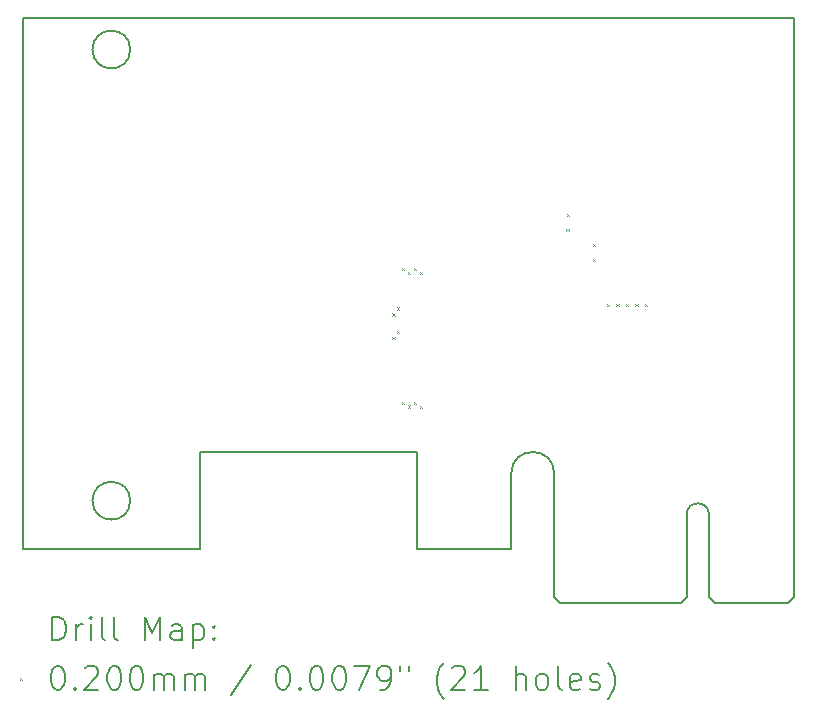
<source format=gbr>
%TF.GenerationSoftware,KiCad,Pcbnew,6.0.9+dfsg-1*%
%TF.CreationDate,2023-01-25T21:24:43+01:00*%
%TF.ProjectId,siproslic,73697072-6f73-46c6-9963-2e6b69636164,rev?*%
%TF.SameCoordinates,Original*%
%TF.FileFunction,Drillmap*%
%TF.FilePolarity,Positive*%
%FSLAX45Y45*%
G04 Gerber Fmt 4.5, Leading zero omitted, Abs format (unit mm)*
G04 Created by KiCad (PCBNEW 6.0.9+dfsg-1) date 2023-01-25 21:24:43*
%MOMM*%
%LPD*%
G01*
G04 APERTURE LIST*
%ADD10C,0.150000*%
%ADD11C,0.200000*%
%ADD12C,0.020000*%
G04 APERTURE END LIST*
D10*
X10997500Y-19412500D02*
X12017500Y-19412500D01*
X10947500Y-19362500D02*
X10997500Y-19412500D01*
X9782500Y-18137500D02*
X9782500Y-18962500D01*
X7357500Y-18550000D02*
G75*
G03*
X7357500Y-18550000I-160000J0D01*
G01*
X12977500Y-14462500D02*
X6447500Y-14462500D01*
X12257500Y-18667500D02*
X12257500Y-19362500D01*
X10947500Y-18320000D02*
X10947500Y-19362500D01*
X12257500Y-19362500D02*
X12307500Y-19412500D01*
X7947500Y-18962500D02*
X7947500Y-18137500D01*
X7357500Y-14730000D02*
G75*
G03*
X7357500Y-14730000I-160000J0D01*
G01*
X6447500Y-14462500D02*
X6447500Y-18962500D01*
X9782500Y-18962500D02*
X10582500Y-18962500D01*
X10947500Y-18320000D02*
G75*
G03*
X10582500Y-18320000I-182500J0D01*
G01*
X12257500Y-18667500D02*
G75*
G03*
X12067500Y-18667500I-95000J0D01*
G01*
X6447500Y-18962500D02*
X7947500Y-18962500D01*
X12927500Y-19412500D02*
X12307500Y-19412500D01*
X12017500Y-19412500D02*
X12067500Y-19362500D01*
X12977500Y-19362500D02*
X12927500Y-19412500D01*
X10582500Y-18962500D02*
X10582500Y-18320000D01*
X12977500Y-14462500D02*
X12977500Y-19362500D01*
X7947500Y-18137500D02*
X9782500Y-18137500D01*
X12067500Y-19362500D02*
X12067500Y-18667500D01*
D11*
D12*
X9577500Y-16962500D02*
X9597500Y-16982500D01*
X9597500Y-16962500D02*
X9577500Y-16982500D01*
X9577500Y-17162500D02*
X9597500Y-17182500D01*
X9597500Y-17162500D02*
X9577500Y-17182500D01*
X9612500Y-16912500D02*
X9632500Y-16932500D01*
X9632500Y-16912500D02*
X9612500Y-16932500D01*
X9612500Y-17112500D02*
X9632500Y-17132500D01*
X9632500Y-17112500D02*
X9612500Y-17132500D01*
X9657500Y-16577500D02*
X9677500Y-16597500D01*
X9677500Y-16577500D02*
X9657500Y-16597500D01*
X9657500Y-17712500D02*
X9677500Y-17732500D01*
X9677500Y-17712500D02*
X9657500Y-17732500D01*
X9707500Y-16612500D02*
X9727500Y-16632500D01*
X9727500Y-16612500D02*
X9707500Y-16632500D01*
X9707500Y-17742500D02*
X9727500Y-17762500D01*
X9727500Y-17742500D02*
X9707500Y-17762500D01*
X9757500Y-16577500D02*
X9777500Y-16597500D01*
X9777500Y-16577500D02*
X9757500Y-16597500D01*
X9757500Y-17712500D02*
X9777500Y-17732500D01*
X9777500Y-17712500D02*
X9757500Y-17732500D01*
X9807500Y-16612500D02*
X9827500Y-16632500D01*
X9827500Y-16612500D02*
X9807500Y-16632500D01*
X9807500Y-17747500D02*
X9827500Y-17767500D01*
X9827500Y-17747500D02*
X9807500Y-17767500D01*
X11051000Y-16249000D02*
X11071000Y-16269000D01*
X11071000Y-16249000D02*
X11051000Y-16269000D01*
X11052500Y-16122500D02*
X11072500Y-16142500D01*
X11072500Y-16122500D02*
X11052500Y-16142500D01*
X11272500Y-16376000D02*
X11292500Y-16396000D01*
X11292500Y-16376000D02*
X11272500Y-16396000D01*
X11272500Y-16503000D02*
X11292500Y-16523000D01*
X11292500Y-16503000D02*
X11272500Y-16523000D01*
X11392500Y-16882500D02*
X11412500Y-16902500D01*
X11412500Y-16882500D02*
X11392500Y-16902500D01*
X11472500Y-16882500D02*
X11492500Y-16902500D01*
X11492500Y-16882500D02*
X11472500Y-16902500D01*
X11552500Y-16882500D02*
X11572500Y-16902500D01*
X11572500Y-16882500D02*
X11552500Y-16902500D01*
X11632500Y-16882500D02*
X11652500Y-16902500D01*
X11652500Y-16882500D02*
X11632500Y-16902500D01*
X11712500Y-16882500D02*
X11732500Y-16902500D01*
X11732500Y-16882500D02*
X11712500Y-16902500D01*
D11*
X6697619Y-19730476D02*
X6697619Y-19530476D01*
X6745238Y-19530476D01*
X6773809Y-19540000D01*
X6792857Y-19559048D01*
X6802381Y-19578095D01*
X6811905Y-19616190D01*
X6811905Y-19644762D01*
X6802381Y-19682857D01*
X6792857Y-19701905D01*
X6773809Y-19720952D01*
X6745238Y-19730476D01*
X6697619Y-19730476D01*
X6897619Y-19730476D02*
X6897619Y-19597143D01*
X6897619Y-19635238D02*
X6907143Y-19616190D01*
X6916667Y-19606667D01*
X6935714Y-19597143D01*
X6954762Y-19597143D01*
X7021428Y-19730476D02*
X7021428Y-19597143D01*
X7021428Y-19530476D02*
X7011905Y-19540000D01*
X7021428Y-19549524D01*
X7030952Y-19540000D01*
X7021428Y-19530476D01*
X7021428Y-19549524D01*
X7145238Y-19730476D02*
X7126190Y-19720952D01*
X7116667Y-19701905D01*
X7116667Y-19530476D01*
X7250000Y-19730476D02*
X7230952Y-19720952D01*
X7221428Y-19701905D01*
X7221428Y-19530476D01*
X7478571Y-19730476D02*
X7478571Y-19530476D01*
X7545238Y-19673333D01*
X7611905Y-19530476D01*
X7611905Y-19730476D01*
X7792857Y-19730476D02*
X7792857Y-19625714D01*
X7783333Y-19606667D01*
X7764286Y-19597143D01*
X7726190Y-19597143D01*
X7707143Y-19606667D01*
X7792857Y-19720952D02*
X7773809Y-19730476D01*
X7726190Y-19730476D01*
X7707143Y-19720952D01*
X7697619Y-19701905D01*
X7697619Y-19682857D01*
X7707143Y-19663810D01*
X7726190Y-19654286D01*
X7773809Y-19654286D01*
X7792857Y-19644762D01*
X7888095Y-19597143D02*
X7888095Y-19797143D01*
X7888095Y-19606667D02*
X7907143Y-19597143D01*
X7945238Y-19597143D01*
X7964286Y-19606667D01*
X7973809Y-19616190D01*
X7983333Y-19635238D01*
X7983333Y-19692381D01*
X7973809Y-19711429D01*
X7964286Y-19720952D01*
X7945238Y-19730476D01*
X7907143Y-19730476D01*
X7888095Y-19720952D01*
X8069048Y-19711429D02*
X8078571Y-19720952D01*
X8069048Y-19730476D01*
X8059524Y-19720952D01*
X8069048Y-19711429D01*
X8069048Y-19730476D01*
X8069048Y-19606667D02*
X8078571Y-19616190D01*
X8069048Y-19625714D01*
X8059524Y-19616190D01*
X8069048Y-19606667D01*
X8069048Y-19625714D01*
D12*
X6420000Y-20050000D02*
X6440000Y-20070000D01*
X6440000Y-20050000D02*
X6420000Y-20070000D01*
D11*
X6735714Y-19950476D02*
X6754762Y-19950476D01*
X6773809Y-19960000D01*
X6783333Y-19969524D01*
X6792857Y-19988571D01*
X6802381Y-20026667D01*
X6802381Y-20074286D01*
X6792857Y-20112381D01*
X6783333Y-20131429D01*
X6773809Y-20140952D01*
X6754762Y-20150476D01*
X6735714Y-20150476D01*
X6716667Y-20140952D01*
X6707143Y-20131429D01*
X6697619Y-20112381D01*
X6688095Y-20074286D01*
X6688095Y-20026667D01*
X6697619Y-19988571D01*
X6707143Y-19969524D01*
X6716667Y-19960000D01*
X6735714Y-19950476D01*
X6888095Y-20131429D02*
X6897619Y-20140952D01*
X6888095Y-20150476D01*
X6878571Y-20140952D01*
X6888095Y-20131429D01*
X6888095Y-20150476D01*
X6973809Y-19969524D02*
X6983333Y-19960000D01*
X7002381Y-19950476D01*
X7050000Y-19950476D01*
X7069048Y-19960000D01*
X7078571Y-19969524D01*
X7088095Y-19988571D01*
X7088095Y-20007619D01*
X7078571Y-20036190D01*
X6964286Y-20150476D01*
X7088095Y-20150476D01*
X7211905Y-19950476D02*
X7230952Y-19950476D01*
X7250000Y-19960000D01*
X7259524Y-19969524D01*
X7269048Y-19988571D01*
X7278571Y-20026667D01*
X7278571Y-20074286D01*
X7269048Y-20112381D01*
X7259524Y-20131429D01*
X7250000Y-20140952D01*
X7230952Y-20150476D01*
X7211905Y-20150476D01*
X7192857Y-20140952D01*
X7183333Y-20131429D01*
X7173809Y-20112381D01*
X7164286Y-20074286D01*
X7164286Y-20026667D01*
X7173809Y-19988571D01*
X7183333Y-19969524D01*
X7192857Y-19960000D01*
X7211905Y-19950476D01*
X7402381Y-19950476D02*
X7421428Y-19950476D01*
X7440476Y-19960000D01*
X7450000Y-19969524D01*
X7459524Y-19988571D01*
X7469048Y-20026667D01*
X7469048Y-20074286D01*
X7459524Y-20112381D01*
X7450000Y-20131429D01*
X7440476Y-20140952D01*
X7421428Y-20150476D01*
X7402381Y-20150476D01*
X7383333Y-20140952D01*
X7373809Y-20131429D01*
X7364286Y-20112381D01*
X7354762Y-20074286D01*
X7354762Y-20026667D01*
X7364286Y-19988571D01*
X7373809Y-19969524D01*
X7383333Y-19960000D01*
X7402381Y-19950476D01*
X7554762Y-20150476D02*
X7554762Y-20017143D01*
X7554762Y-20036190D02*
X7564286Y-20026667D01*
X7583333Y-20017143D01*
X7611905Y-20017143D01*
X7630952Y-20026667D01*
X7640476Y-20045714D01*
X7640476Y-20150476D01*
X7640476Y-20045714D02*
X7650000Y-20026667D01*
X7669048Y-20017143D01*
X7697619Y-20017143D01*
X7716667Y-20026667D01*
X7726190Y-20045714D01*
X7726190Y-20150476D01*
X7821428Y-20150476D02*
X7821428Y-20017143D01*
X7821428Y-20036190D02*
X7830952Y-20026667D01*
X7850000Y-20017143D01*
X7878571Y-20017143D01*
X7897619Y-20026667D01*
X7907143Y-20045714D01*
X7907143Y-20150476D01*
X7907143Y-20045714D02*
X7916667Y-20026667D01*
X7935714Y-20017143D01*
X7964286Y-20017143D01*
X7983333Y-20026667D01*
X7992857Y-20045714D01*
X7992857Y-20150476D01*
X8383333Y-19940952D02*
X8211905Y-20198095D01*
X8640476Y-19950476D02*
X8659524Y-19950476D01*
X8678571Y-19960000D01*
X8688095Y-19969524D01*
X8697619Y-19988571D01*
X8707143Y-20026667D01*
X8707143Y-20074286D01*
X8697619Y-20112381D01*
X8688095Y-20131429D01*
X8678571Y-20140952D01*
X8659524Y-20150476D01*
X8640476Y-20150476D01*
X8621429Y-20140952D01*
X8611905Y-20131429D01*
X8602381Y-20112381D01*
X8592857Y-20074286D01*
X8592857Y-20026667D01*
X8602381Y-19988571D01*
X8611905Y-19969524D01*
X8621429Y-19960000D01*
X8640476Y-19950476D01*
X8792857Y-20131429D02*
X8802381Y-20140952D01*
X8792857Y-20150476D01*
X8783333Y-20140952D01*
X8792857Y-20131429D01*
X8792857Y-20150476D01*
X8926190Y-19950476D02*
X8945238Y-19950476D01*
X8964286Y-19960000D01*
X8973810Y-19969524D01*
X8983333Y-19988571D01*
X8992857Y-20026667D01*
X8992857Y-20074286D01*
X8983333Y-20112381D01*
X8973810Y-20131429D01*
X8964286Y-20140952D01*
X8945238Y-20150476D01*
X8926190Y-20150476D01*
X8907143Y-20140952D01*
X8897619Y-20131429D01*
X8888095Y-20112381D01*
X8878571Y-20074286D01*
X8878571Y-20026667D01*
X8888095Y-19988571D01*
X8897619Y-19969524D01*
X8907143Y-19960000D01*
X8926190Y-19950476D01*
X9116667Y-19950476D02*
X9135714Y-19950476D01*
X9154762Y-19960000D01*
X9164286Y-19969524D01*
X9173810Y-19988571D01*
X9183333Y-20026667D01*
X9183333Y-20074286D01*
X9173810Y-20112381D01*
X9164286Y-20131429D01*
X9154762Y-20140952D01*
X9135714Y-20150476D01*
X9116667Y-20150476D01*
X9097619Y-20140952D01*
X9088095Y-20131429D01*
X9078571Y-20112381D01*
X9069048Y-20074286D01*
X9069048Y-20026667D01*
X9078571Y-19988571D01*
X9088095Y-19969524D01*
X9097619Y-19960000D01*
X9116667Y-19950476D01*
X9250000Y-19950476D02*
X9383333Y-19950476D01*
X9297619Y-20150476D01*
X9469048Y-20150476D02*
X9507143Y-20150476D01*
X9526190Y-20140952D01*
X9535714Y-20131429D01*
X9554762Y-20102857D01*
X9564286Y-20064762D01*
X9564286Y-19988571D01*
X9554762Y-19969524D01*
X9545238Y-19960000D01*
X9526190Y-19950476D01*
X9488095Y-19950476D01*
X9469048Y-19960000D01*
X9459524Y-19969524D01*
X9450000Y-19988571D01*
X9450000Y-20036190D01*
X9459524Y-20055238D01*
X9469048Y-20064762D01*
X9488095Y-20074286D01*
X9526190Y-20074286D01*
X9545238Y-20064762D01*
X9554762Y-20055238D01*
X9564286Y-20036190D01*
X9640476Y-19950476D02*
X9640476Y-19988571D01*
X9716667Y-19950476D02*
X9716667Y-19988571D01*
X10011905Y-20226667D02*
X10002381Y-20217143D01*
X9983333Y-20188571D01*
X9973810Y-20169524D01*
X9964286Y-20140952D01*
X9954762Y-20093333D01*
X9954762Y-20055238D01*
X9964286Y-20007619D01*
X9973810Y-19979048D01*
X9983333Y-19960000D01*
X10002381Y-19931429D01*
X10011905Y-19921905D01*
X10078571Y-19969524D02*
X10088095Y-19960000D01*
X10107143Y-19950476D01*
X10154762Y-19950476D01*
X10173810Y-19960000D01*
X10183333Y-19969524D01*
X10192857Y-19988571D01*
X10192857Y-20007619D01*
X10183333Y-20036190D01*
X10069048Y-20150476D01*
X10192857Y-20150476D01*
X10383333Y-20150476D02*
X10269048Y-20150476D01*
X10326190Y-20150476D02*
X10326190Y-19950476D01*
X10307143Y-19979048D01*
X10288095Y-19998095D01*
X10269048Y-20007619D01*
X10621429Y-20150476D02*
X10621429Y-19950476D01*
X10707143Y-20150476D02*
X10707143Y-20045714D01*
X10697619Y-20026667D01*
X10678571Y-20017143D01*
X10650000Y-20017143D01*
X10630952Y-20026667D01*
X10621429Y-20036190D01*
X10830952Y-20150476D02*
X10811905Y-20140952D01*
X10802381Y-20131429D01*
X10792857Y-20112381D01*
X10792857Y-20055238D01*
X10802381Y-20036190D01*
X10811905Y-20026667D01*
X10830952Y-20017143D01*
X10859524Y-20017143D01*
X10878571Y-20026667D01*
X10888095Y-20036190D01*
X10897619Y-20055238D01*
X10897619Y-20112381D01*
X10888095Y-20131429D01*
X10878571Y-20140952D01*
X10859524Y-20150476D01*
X10830952Y-20150476D01*
X11011905Y-20150476D02*
X10992857Y-20140952D01*
X10983333Y-20121905D01*
X10983333Y-19950476D01*
X11164286Y-20140952D02*
X11145238Y-20150476D01*
X11107143Y-20150476D01*
X11088095Y-20140952D01*
X11078571Y-20121905D01*
X11078571Y-20045714D01*
X11088095Y-20026667D01*
X11107143Y-20017143D01*
X11145238Y-20017143D01*
X11164286Y-20026667D01*
X11173810Y-20045714D01*
X11173810Y-20064762D01*
X11078571Y-20083810D01*
X11250000Y-20140952D02*
X11269048Y-20150476D01*
X11307143Y-20150476D01*
X11326190Y-20140952D01*
X11335714Y-20121905D01*
X11335714Y-20112381D01*
X11326190Y-20093333D01*
X11307143Y-20083810D01*
X11278571Y-20083810D01*
X11259524Y-20074286D01*
X11250000Y-20055238D01*
X11250000Y-20045714D01*
X11259524Y-20026667D01*
X11278571Y-20017143D01*
X11307143Y-20017143D01*
X11326190Y-20026667D01*
X11402381Y-20226667D02*
X11411905Y-20217143D01*
X11430952Y-20188571D01*
X11440476Y-20169524D01*
X11450000Y-20140952D01*
X11459524Y-20093333D01*
X11459524Y-20055238D01*
X11450000Y-20007619D01*
X11440476Y-19979048D01*
X11430952Y-19960000D01*
X11411905Y-19931429D01*
X11402381Y-19921905D01*
M02*

</source>
